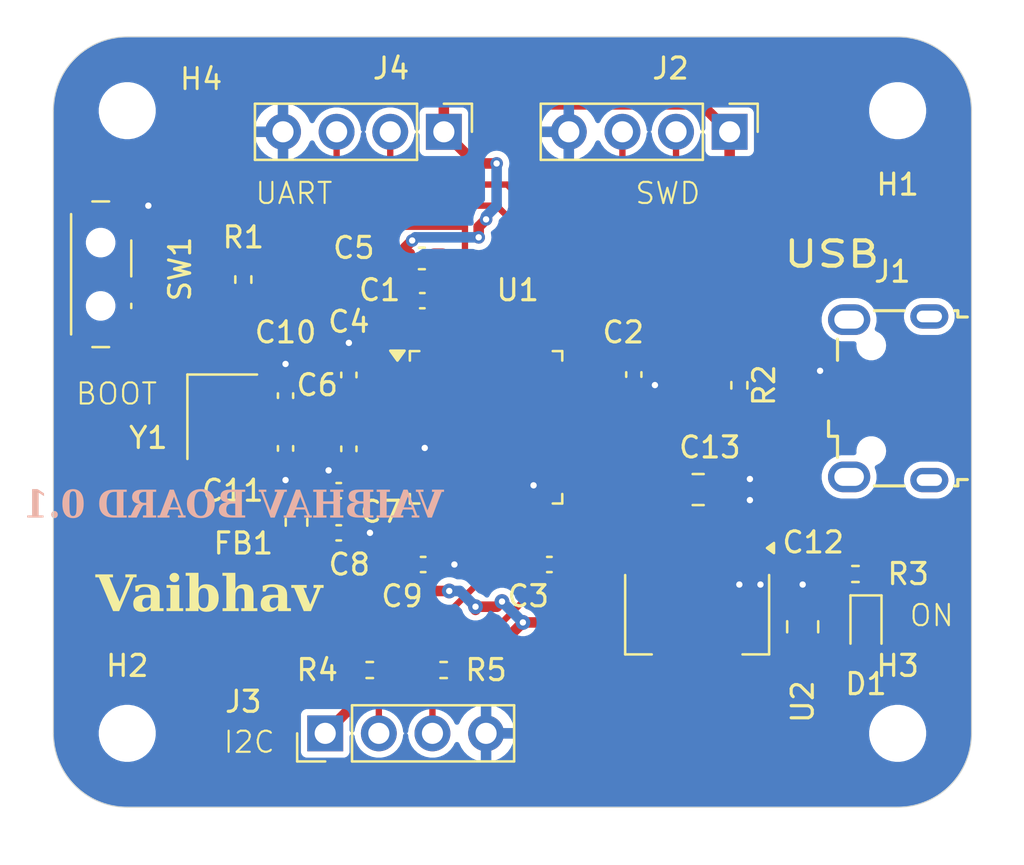
<source format=kicad_pcb>
(kicad_pcb (version 20240108) (generator "pcbnew") (generator_version "8.0")
  (layers (0 "F.Cu" signal) (31 "B.Cu" power) (34 "B.Paste" user) (35 "F.Paste" user) (36 "B.SilkS" user "B.Silkscreen") (37 "F.SilkS" user "F.Silkscreen") (38 "B.Mask" user) (39 "F.Mask" user) (44 "Edge.Cuts" user))
  (net 0 "")
  (net 1 "+3.3V")
  (net 2 "GND")
  (net 3 "+3.3VA")
  (net 4 "/NRST")
  (net 5 "/HSC_IN")
  (net 6 "/HSC_OUT")
  (net 7 "VBUS")
  (net 8 "/PWR_LED_K")
  (net 11 "/USB_D+")
  (net 12 "/USB_D-")
  (net 16 "/SWCLK")
  (net 17 "/SWDIO")
  (net 18 "/I2C2_SDA")
  (net 19 "/I2C2_SCL")
  (net 20 "/USART1_RX")
  (net 21 "/USART1_TX")
  (net 22 "/SW_BOOT0")
  (net 23 "/BOOT0")
  (footprint "MountingHole:MountingHole_2.2mm_M2" (layer "F.Cu") (at 133 54)
    (property "Reference" "H3" (at 0 -3.2 0) (layer "F.SilkS"))
    (property "Value" "MountingHole")
    (pad "" np_thru_hole circle (at 0 0) (size 2.2 2.2) (drill 2.2) (layers "*.Cu" "*.Mask"))
  )
  (footprint "Button_Switch_SMD:SW_SPDT_PCM12" (layer "F.Cu") (at 95.57 32.25 -90)
    (property "Reference" "SW1" (at -0.25 -3.43 90) (layer "F.SilkS"))
    (property "Value" "SW_SPDT")
    (pad "" smd rect (at -3.65 -0.78 270) (size 1 0.8) (layers "F.Cu" "F.Paste" "F.Mask"))
    (pad "" smd rect (at -3.65 1.43 270) (size 1 0.8) (layers "F.Cu" "F.Paste" "F.Mask"))
    (pad "" np_thru_hole circle (at -1.5 0.33 270) (size 0.9 0.9) (drill 0.9) (layers "*.Cu" "*.Mask"))
    (pad "" np_thru_hole circle (at 1.5 0.33 270) (size 0.9 0.9) (drill 0.9) (layers "*.Cu" "*.Mask"))
    (pad "" smd rect (at 3.65 -0.78 270) (size 1 0.8) (layers "F.Cu" "F.Paste" "F.Mask"))
    (pad "" smd rect (at 3.65 1.43 270) (size 1 0.8) (layers "F.Cu" "F.Paste" "F.Mask"))
    (pad "1" smd rect (at -2.25 -1.43 270) (size 0.7 1.5) (layers "F.Cu" "F.Paste" "F.Mask") (net 2 "GND"))
    (pad "2" smd rect (at 0.75 -1.43 270) (size 0.7 1.5) (layers "F.Cu" "F.Paste" "F.Mask") (net 22 "/SW_BOOT0"))
    (pad "3" smd rect (at 2.25 -1.43 270) (size 0.7 1.5) (layers "F.Cu" "F.Paste" "F.Mask") (net 1 "+3.3V"))
  )
  (footprint "MountingHole:MountingHole_2.2mm_M2" (layer "F.Cu") (at 133 24.5)
    (property "Reference" "H1" (at 0 3.5 0) (layer "F.SilkS"))
    (property "Value" "MountingHole")
    (pad "" np_thru_hole circle (at 0 0) (size 2.2 2.2) (drill 2.2) (layers "*.Cu" "*.Mask"))
  )
  (footprint "Capacitor_SMD:C_0402_1005Metric" (layer "F.Cu") (at 107 40.52 90)
    (property "Reference" "C6" (at 3.02 -1.5 0) (layer "F.SilkS"))
    (property "Value" "10n")
    (pad "1" smd roundrect (at -0.48 0 90) (size 0.56 0.62) (layers "F.Cu" "F.Paste" "F.Mask") (net 3 "+3.3VA"))
    (pad "2" smd roundrect (at 0.48 0 90) (size 0.56 0.62) (layers "F.Cu" "F.Paste" "F.Mask") (net 2 "GND"))
  )
  (footprint "Resistor_SMD:R_0402_1005Metric" (layer "F.Cu") (at 102 32.5 90)
    (property "Reference" "R1" (at 2 0 0) (layer "F.SilkS"))
    (property "Value" "10K")
    (pad "1" smd roundrect (at -0.51 0 90) (size 0.54 0.64) (layers "F.Cu" "F.Paste" "F.Mask") (net 22 "/SW_BOOT0"))
    (pad "2" smd roundrect (at 0.51 0 90) (size 0.54 0.64) (layers "F.Cu" "F.Paste" "F.Mask") (net 23 "/BOOT0"))
  )
  (footprint "Connector_PinHeader_2.54mm:PinHeader_1x04_P2.54mm_Vertical" (layer "F.Cu") (at 111.5 25.5 -90)
    (property "Reference" "J4" (at -3 2.5 180) (layer "F.SilkS"))
    (property "Value" "Conn_01x04_Pin")
    (pad "1" thru_hole rect (at 0 0 270) (size 1.7 1.7) (drill 1) (layers "*.Cu" "*.Mask") (net 1 "+3.3V"))
    (pad "2" thru_hole oval (at 0 2.54 270) (size 1.7 1.7) (drill 1) (layers "*.Cu" "*.Mask") (net 21 "/USART1_TX"))
    (pad "3" thru_hole oval (at 0 5.08 270) (size 1.7 1.7) (drill 1) (layers "*.Cu" "*.Mask") (net 20 "/USART1_RX"))
    (pad "4" thru_hole oval (at 0 7.62 270) (size 1.7 1.7) (drill 1) (layers "*.Cu" "*.Mask") (net 2 "GND"))
  )
  (footprint "Connector_PinHeader_2.54mm:PinHeader_1x04_P2.54mm_Vertical" (layer "F.Cu") (at 125.04 25.5 -90)
    (property "Reference" "J2" (at -3 2.8 180) (layer "F.SilkS"))
    (property "Value" "Conn_01x04_Pin")
    (pad "1" thru_hole rect (at 0 0 270) (size 1.7 1.7) (drill 1) (layers "*.Cu" "*.Mask") (net 1 "+3.3V"))
    (pad "2" thru_hole oval (at 0 2.54 270) (size 1.7 1.7) (drill 1) (layers "*.Cu" "*.Mask") (net 17 "/SWDIO"))
    (pad "3" thru_hole oval (at 0 5.08 270) (size 1.7 1.7) (drill 1) (layers "*.Cu" "*.Mask") (net 16 "/SWCLK"))
    (pad "4" thru_hole oval (at 0 7.62 270) (size 1.7 1.7) (drill 1) (layers "*.Cu" "*.Mask") (net 2 "GND"))
  )
  (footprint "Resistor_SMD:R_0402_1005Metric" (layer "F.Cu") (at 125.5 37.51 -90)
    (property "Reference" "R2" (at 0 -1.17 90) (layer "F.SilkS"))
    (property "Value" "1k5")
    (pad "1" smd roundrect (at -0.51 0 270) (size 0.54 0.64) (layers "F.Cu" "F.Paste" "F.Mask") (net 1 "+3.3V"))
    (pad "2" smd roundrect (at 0.51 0 270) (size 0.54 0.64) (layers "F.Cu" "F.Paste" "F.Mask") (net 11 "/USB_D+"))
  )
  (footprint "Capacitor_SMD:C_0603_1608Metric" (layer "F.Cu") (at 110.46 31.5)
    (property "Reference" "C5" (at -3.225 -0.5 0) (layer "F.SilkS"))
    (property "Value" "10u")
    (pad "1" smd roundrect (at -0.775 0) (size 0.9 0.95) (layers "F.Cu" "F.Paste" "F.Mask") (net 1 "+3.3V"))
    (pad "2" smd roundrect (at 0.775 0) (size 0.9 0.95) (layers "F.Cu" "F.Paste" "F.Mask") (net 2 "GND"))
  )
  (footprint "Inductor_SMD:L_0603_1608Metric" (layer "F.Cu") (at 104.52 44 -90)
    (property "Reference" "FB1" (at 1 2.52 180) (layer "F.SilkS"))
    (property "Value" "120R")
    (pad "1" smd roundrect (at -0.7875 0 270) (size 0.875 0.95) (layers "F.Cu" "F.Paste" "F.Mask") (net 3 "+3.3VA"))
    (pad "2" smd roundrect (at 0.7875 0 270) (size 0.875 0.95) (layers "F.Cu" "F.Paste" "F.Mask") (net 1 "+3.3V"))
  )
  (footprint "Capacitor_SMD:C_0402_1005Metric" (layer "F.Cu") (at 120.5 37 -90)
    (property "Reference" "C2" (at -2 0.5 180) (layer "F.SilkS"))
    (property "Value" "100n")
    (pad "1" smd roundrect (at -0.48 0 270) (size 0.56 0.62) (layers "F.Cu" "F.Paste" "F.Mask") (net 1 "+3.3V"))
    (pad "2" smd roundrect (at 0.48 0 270) (size 0.56 0.62) (layers "F.Cu" "F.Paste" "F.Mask") (net 2 "GND"))
  )
  (footprint "Capacitor_SMD:C_0402_1005Metric" (layer "F.Cu") (at 104 40.5 -90)
    (property "Reference" "C11" (at 2 2.5 180) (layer "F.SilkS"))
    (property "Value" "10p")
    (pad "1" smd roundrect (at -0.48 0 270) (size 0.56 0.62) (layers "F.Cu" "F.Paste" "F.Mask") (net 6 "/HSC_OUT"))
    (pad "2" smd roundrect (at 0.48 0 270) (size 0.56 0.62) (layers "F.Cu" "F.Paste" "F.Mask") (net 2 "GND"))
  )
  (footprint "Capacitor_SMD:C_0805_2012Metric" (layer "F.Cu") (at 123.55 42.45)
    (property "Reference" "C13" (at 0.55 -2 180) (layer "F.SilkS"))
    (property "Value" "22u")
    (pad "1" smd roundrect (at -0.95 0) (size 1 1.45) (layers "F.Cu" "F.Paste" "F.Mask") (net 7 "VBUS"))
    (pad "2" smd roundrect (at 0.95 0) (size 1 1.45) (layers "F.Cu" "F.Paste" "F.Mask") (net 2 "GND"))
  )
  (footprint "Capacitor_SMD:C_0402_1005Metric" (layer "F.Cu") (at 107 37.02 90)
    (property "Reference" "C4" (at 2.52 0 0) (layer "F.SilkS"))
    (property "Value" "100n")
    (pad "1" smd roundrect (at -0.48 0 90) (size 0.56 0.62) (layers "F.Cu" "F.Paste" "F.Mask") (net 1 "+3.3V"))
    (pad "2" smd roundrect (at 0.48 0 90) (size 0.56 0.62) (layers "F.Cu" "F.Paste" "F.Mask") (net 2 "GND"))
  )
  (footprint "Package_QFP:LQFP-48_7x7mm_P0.5mm" (layer "F.Cu") (at 113.5 39.5)
    (property "Reference" "U1" (at 1.5 -6.5 0) (layer "F.SilkS"))
    (property "Value" "STM32F103C8T6")
    (pad "1" smd roundrect (at -4.1625 -2.75) (size 1.475 0.3) (layers "F.Cu" "F.Paste" "F.Mask") (net 1 "+3.3V"))
    (pad "2" smd roundrect (at -4.1625 -2.25) (size 1.475 0.3) (layers "F.Cu" "F.Paste" "F.Mask"))
    (pad "3" smd roundrect (at -4.1625 -1.75) (size 1.475 0.3) (layers "F.Cu" "F.Paste" "F.Mask"))
    (pad "4" smd roundrect (at -4.1625 -1.25) (size 1.475 0.3) (layers "F.Cu" "F.Paste" "F.Mask"))
    (pad "5" smd roundrect (at -4.1625 -0.75) (size 1.475 0.3) (layers "F.Cu" "F.Paste" "F.Mask") (net 5 "/HSC_IN"))
    (pad "6" smd roundrect (at -4.1625 -0.25) (size 1.475 0.3) (layers "F.Cu" "F.Paste" "F.Mask") (net 6 "/HSC_OUT"))
    (pad "7" smd roundrect (at -4.1625 0.25) (size 1.475 0.3) (layers "F.Cu" "F.Paste" "F.Mask") (net 4 "/NRST"))
    (pad "8" smd roundrect (at -4.1625 0.75) (size 1.475 0.3) (layers "F.Cu" "F.Paste" "F.Mask") (net 2 "GND"))
    (pad "9" smd roundrect (at -4.1625 1.25) (size 1.475 0.3) (layers "F.Cu" "F.Paste" "F.Mask") (net 3 "+3.3VA"))
    (pad "10" smd roundrect (at -4.1625 1.75) (size 1.475 0.3) (layers "F.Cu" "F.Paste" "F.Mask"))
    (pad "11" smd roundrect (at -4.1625 2.25) (size 1.475 0.3) (layers "F.Cu" "F.Paste" "F.Mask"))
    (pad "12" smd roundrect (at -4.1625 2.75) (size 1.475 0.3) (layers "F.Cu" "F.Paste" "F.Mask"))
    (pad "13" smd roundrect (at -2.75 4.1625) (size 0.3 1.475) (layers "F.Cu" "F.Paste" "F.Mask"))
    (pad "14" smd roundrect (at -2.25 4.1625) (size 0.3 1.475) (layers "F.Cu" "F.Paste" "F.Mask"))
    (pad "15" smd roundrect (at -1.75 4.1625) (size 0.3 1.475) (layers "F.Cu" "F.Paste" "F.Mask"))
    (pad "16" smd roundrect (at -1.25 4.1625) (size 0.3 1.475) (layers "F.Cu" "F.Paste" "F.Mask"))
    (pad "17" smd roundrect (at -0.75 4.1625) (size 0.3 1.475) (layers "F.Cu" "F.Paste" "F.Mask"))
    (pad "18" smd roundrect (at -0.25 4.1625) (size 0.3 1.475) (layers "F.Cu" "F.Paste" "F.Mask"))
    (pad "19" smd roundrect (at 0.25 4.1625) (size 0.3 1.475) (layers "F.Cu" "F.Paste" "F.Mask"))
    (pad "20" smd roundrect (at 0.75 4.1625) (size 0.3 1.475) (layers "F.Cu" "F.Paste" "F.Mask"))
    (pad "21" smd roundrect (at 1.25 4.1625) (size 0.3 1.475) (layers "F.Cu" "F.Paste" "F.Mask") (net 19 "/I2C2_SCL"))
    (pad "22" smd roundrect (at 1.75 4.1625) (size 0.3 1.475) (layers "F.Cu" "F.Paste" "F.Mask") (net 18 "/I2C2_SDA"))
    (pad "23" smd roundrect (at 2.25 4.1625) (size 0.3 1.475) (layers "F.Cu" "F.Paste" "F.Mask") (net 2 "GND"))
    (pad "24" smd roundrect (at 2.75 4.1625) (size 0.3 1.475) (layers "F.Cu" "F.Paste" "F.Mask") (net 1 "+3.3V"))
    (pad "25" smd roundrect (at 4.1625 2.75) (size 1.475 0.3) (layers "F.Cu" "F.Paste" "F.Mask"))
    (pad "26" smd roundrect (at 4.1625 2.25) (size 1.475 0.3) (layers "F.Cu" "F.Paste" "F.Mask"))
    (pad "27" smd roundrect (at 4.1625 1.75) (size 1.475 0.3) (layers "F.Cu" "F.Paste" "F.Mask"))
    (pad "28" smd roundrect (at 4.1625 1.25) (size 1.475 0.3) (layers "F.Cu" "F.Paste" "F.Mask"))
    (pad "29" smd roundrect (at 4.1625 0.75) (size 1.475 0.3) (layers "F.Cu" "F.Paste" "F.Mask"))
    (pad "30" smd roundrect (at 4.1625 0.25) (size 1.475 0.3) (layers "F.Cu" "F.Paste" "F.Mask"))
    (pad "31" smd roundrect (at 4.1625 -0.25) (size 1.475 0.3) (layers "F.Cu" "F.Paste" "F.Mask"))
    (pad "32" smd roundrect (at 4.1625 -0.75) (size 1.475 0.3) (layers "F.Cu" "F.Paste" "F.Mask") (net 12 "/USB_D-"))
    (pad "33" smd roundrect (at 4.1625 -1.25) (size 1.475 0.3) (layers "F.Cu" "F.Paste" "F.Mask") (net 11 "/USB_D+"))
    (pad "34" smd roundrect (at 4.1625 -1.75) (size 1.475 0.3) (layers "F.Cu" "F.Paste" "F.Mask") (net 17 "/SWDIO"))
    (pad "35" smd roundrect (at 4.1625 -2.25) (size 1.475 0.3) (layers "F.Cu" "F.Paste" "F.Mask") (net 2 "GND"))
    (pad "36" smd roundrect (at 4.1625 -2.75) (size 1.475 0.3) (layers "F.Cu" "F.Paste" "F.Mask") (net 1 "+3.3V"))
    (pad "37" smd roundrect (at 2.75 -4.1625) (size 0.3 1.475) (layers "F.Cu" "F.Paste" "F.Mask") (net 16 "/SWCLK"))
    (pad "38" smd roundrect (at 2.25 -4.1625) (size 0.3 1.475) (layers "F.Cu" "F.Paste" "F.Mask"))
    (pad "39" smd roundrect (at 1.75 -4.1625) (size 0.3 1.475) (layers "F.Cu" "F.Paste" "F.Mask"))
    (pad "40" smd roundrect (at 1.25 -4.1625) (size 0.3 1.475) (layers "F.Cu" "F.Paste" "F.Mask"))
    (pad "41" smd roundrect (at 0.75 -4.1625) (size 0.3 1.475) (layers "F.Cu" "F.Paste" "F.Mask"))
    (pad "42" smd roundrect (at 0.25 -4.1625) (size 0.3 1.475) (layers "F.Cu" "F.Paste" "F.Mask") (net 21 "/USART1_TX"))
    (pad "43" smd roundrect (at -0.25 -4.1625) (size 0.3 1.475) (layers "F.Cu" "F.Paste" "F.Mask") (net 20 "/USART1_RX"))
    (pad "44" smd roundrect (at -0.75 -4.1625) (size 0.3 1.475) (layers "F.Cu" "F.Paste" "F.Mask") (net 23 "/BOOT0"))
    (pad "45" smd roundrect (at -1.25 -4.1625) (size 0.3 1.475) (layers "F.Cu" "F.Paste" "F.Mask"))
    (pad "46" smd roundrect (at -1.75 -4.1625) (size 0.3 1.475) (layers "F.Cu" "F.Paste" "F.Mask"))
    (pad "47" smd roundrect (at -2.25 -4.1625) (size 0.3 1.475) (layers "F.Cu" "F.Paste" "F.Mask") (net 2 "GND"))
    (pad "48" smd roundrect (at -2.75 -4.1625) (size 0.3 1.475) (layers "F.Cu" "F.Paste" "F.Mask") (net 1 "+3.3V"))
  )
  (footprint "MountingHole:MountingHole_2.2mm_M2" (layer "F.Cu") (at 96.5 24.5)
    (property "Reference" "H4" (at 3.5 -1.5 0) (layer "F.SilkS") (effects (font (thickness 0.14))))
    (property "Value" "MountingHole")
    (pad "" np_thru_hole circle (at 0 0) (size 2.2 2.2) (drill 2.2) (layers "*.Cu" "*.Mask"))
  )
  (footprint "Crystal:Crystal_SMD_3225-4Pin_3.2x2.5mm" (layer "F.Cu") (at 101 39 -90)
    (property "Reference" "Y1" (at 1 3.5 180) (layer "F.SilkS"))
    (property "Value" "16MHz")
    (pad "1" smd rect (at -1.1 0.85 270) (size 1.4 1.2) (layers "F.Cu" "F.Paste" "F.Mask") (net 5 "/HSC_IN"))
    (pad "2" smd rect (at 1.1 0.85 270) (size 1.4 1.2) (layers "F.Cu" "F.Paste" "F.Mask") (net 2 "GND"))
    (pad "3" smd rect (at 1.1 -0.85 270) (size 1.4 1.2) (layers "F.Cu" "F.Paste" "F.Mask") (net 6 "/HSC_OUT"))
    (pad "4" smd rect (at -1.1 -0.85 270) (size 1.4 1.2) (layers "F.Cu" "F.Paste" "F.Mask") (net 2 "GND"))
  )
  (footprint "LED_SMD:LED_0603_1608Metric" (layer "F.Cu") (at 131.5 48.95 -90)
    (property "Reference" "D1" (at 2.7125 0 180) (layer "F.SilkS"))
    (property "Value" "LED")
    (pad "1" smd roundrect (at -0.7875 0 270) (size 0.875 0.95) (layers "F.Cu" "F.Paste" "F.Mask") (net 8 "/PWR_LED_K"))
    (pad "2" smd roundrect (at 0.7875 0 270) (size 0.875 0.95) (layers "F.Cu" "F.Paste" "F.Mask") (net 1 "+3.3V"))
  )
  (footprint "Capacitor_SMD:C_0402_1005Metric" (layer "F.Cu") (at 106.52 44.5)
    (property "Reference" "C8" (at 0.5 1.5 180) (layer "F.SilkS"))
    (property "Value" "1u")
    (pad "1" smd roundrect (at -0.48 0) (size 0.56 0.62) (layers "F.Cu" "F.Paste" "F.Mask") (net 1 "+3.3V"))
    (pad "2" smd roundrect (at 0.48 0) (size 0.56 0.62) (layers "F.Cu" "F.Paste" "F.Mask") (net 2 "GND"))
  )
  (footprint "MountingHole:MountingHole_2.2mm_M2" (layer "F.Cu") (at 96.5 54)
    (property "Reference" "H2" (at 0 -3.2 0) (layer "F.SilkS"))
    (property "Value" "MountingHole")
    (pad "" np_thru_hole circle (at 0 0) (size 2.2 2.2) (drill 2.2) (layers "*.Cu" "*.Mask"))
  )
  (footprint "Resistor_SMD:R_0402_1005Metric" (layer "F.Cu") (at 111.49 51 180)
    (property "Reference" "R5" (at -2.01 0 180) (layer "F.SilkS"))
    (property "Value" "1k5")
    (pad "1" smd roundrect (at -0.51 0 180) (size 0.54 0.64) (layers "F.Cu" "F.Paste" "F.Mask") (net 1 "+3.3V"))
    (pad "2" smd roundrect (at 0.51 0 180) (size 0.54 0.64) (layers "F.Cu" "F.Paste" "F.Mask") (net 18 "/I2C2_SDA"))
  )
  (footprint "Resistor_SMD:R_0402_1005Metric" (layer "F.Cu") (at 107.99 51)
    (property "Reference" "R4" (at -2.49 0 0) (layer "F.SilkS"))
    (property "Value" "1k5")
    (pad "1" smd roundrect (at -0.51 0) (size 0.54 0.64) (layers "F.Cu" "F.Paste" "F.Mask") (net 1 "+3.3V"))
    (pad "2" smd roundrect (at 0.51 0) (size 0.54 0.64) (layers "F.Cu" "F.Paste" "F.Mask") (net 19 "/I2C2_SCL"))
  )
  (footprint "Package_TO_SOT_SMD:SOT-223-3_TabPin2" (layer "F.Cu") (at 123.5 48.35 -90)
    (property "Reference" "U2" (at 4.15 -5 90) (layer "F.SilkS"))
    (property "Value" "AMS1117-3.3")
    (pad "1" smd roundrect (at -3.15 -2.3 270) (size 2 1.5) (layers "F.Cu" "F.Paste" "F.Mask") (net 2 "GND"))
    (pad "2" smd roundrect (at -3.15 0 270) (size 2 1.5) (layers "F.Cu" "F.Paste" "F.Mask") (net 1 "+3.3V"))
    (pad "2" smd roundrect (at 3.15 0 270) (size 2 3.8) (layers "F.Cu" "F.Paste" "F.Mask") (net 1 "+3.3V"))
    (pad "3" smd roundrect (at -3.15 2.3 270) (size 2 1.5) (layers "F.Cu" "F.Paste" "F.Mask") (net 7 "VBUS"))
  )
  (footprint "Capacitor_SMD:C_0402_1005Metric" (layer "F.Cu") (at 110.48 33.5)
    (property "Reference" "C1" (at -2.02 -0.5 0) (layer "F.SilkS"))
    (property "Value" "100n")
    (pad "1" smd roundrect (at -0.48 0) (size 0.56 0.62) (layers "F.Cu" "F.Paste" "F.Mask") (net 1 "+3.3V"))
    (pad "2" smd roundrect (at 0.48 0) (size 0.56 0.62) (layers "F.Cu" "F.Paste" "F.Mask") (net 2 "GND"))
  )
  (footprint "Connector_USB:USB_Micro-B_Wuerth_629105150521" (layer "F.Cu") (at 132.55 38.125 90)
    (property "Reference" "J1" (at 6 0.2 0) (layer "F.SilkS"))
    (property "Value" "USB_B_Micro")
    (pad "" np_thru_hole oval (at -2.5 -0.8 90) (size 0.8 0.8) (drill 0.8) (layers "*.Cu" "*.Mask"))
    (pad "" np_thru_hole oval (at 2.5 -0.8 90) (size 0.8 0.8) (drill 0.8) (layers "*.Cu" "*.Mask"))
    (pad "1" smd rect (at -1.3 -1.9 90) (size 0.45 1.3) (layers "F.Cu" "F.Paste" "F.Mask") (net 7 "VBUS"))
    (pad "2" smd rect (at -0.65 -1.9 90) (size 0.45 1.3) (layers "F.Cu" "F.Paste" "F.Mask") (net 12 "/USB_D-"))
    (pad "3" smd rect (at 0 -1.9 90) (size 0.45 1.3) (layers "F.Cu" "F.Paste" "F.Mask") (net 11 "/USB_D+"))
    (pad "4" smd rect (at 0.65 -1.9 90) (size 0.45 1.3) (layers "F.Cu" "F.Paste" "F.Mask"))
    (pad "5" smd rect (at 1.3 -1.9 90) (size 0.45 1.3) (layers "F.Cu" "F.Paste" "F.Mask") (net 2 "GND"))
    (pad "6" thru_hole oval (at -3.875 1.95 90) (size 1.15 1.8) (drill oval 0.55 1.2) (layers "*.Cu" "*.Mask"))
    (pad "6" thru_hole oval (at -3.725 -1.85 90) (size 1.45 2) (drill oval 0.85 1.4) (layers "*.Cu" "*.Mask"))
    (pad "6" thru_hole oval (at 3.725 -1.85 90) (size 1.45 2) (drill oval 0.85 1.4) (layers "*.Cu" "*.Mask"))
    (pad "6" thru_hole oval (at 3.875 1.95 90) (size 1.15 1.8) (drill oval 0.55 1.2) (layers "*.Cu" "*.Mask"))
  )
  (footprint "Resistor_SMD:R_0402_1005Metric" (layer "F.Cu") (at 131 46.45 180)
    (property "Reference" "R3" (at -2.5 0 0) (layer "F.SilkS"))
    (property "Value" "1k5")
    (pad "1" smd roundrect (at -0.51 0 180) (size 0.54 0.64) (layers "F.Cu" "F.Paste" "F.Mask") (net 8 "/PWR_LED_K"))
    (pad "2" smd roundrect (at 0.51 0 180) (size 0.54 0.64) (layers "F.Cu" "F.Paste" "F.Mask") (net 2 "GND"))
  )
  (footprint "Capacitor_SMD:C_0402_1005Metric" (layer "F.Cu") (at 116.5 46 180)
    (property "Reference" "C3" (at 1 -1.5 180) (layer "F.SilkS"))
    (property "Value" "100n")
    (pad "1" smd roundrect (at -0.48 0 180) (size 0.56 0.62) (layers "F.Cu" "F.Paste" "F.Mask") (net 1 "+3.3V"))
    (pad "2" smd roundrect (at 0.48 0 180) (size 0.56 0.62) (layers "F.Cu" "F.Paste" "F.Mask") (net 2 "GND"))
  )
  (footprint "Connector_PinHeader_2.54mm:PinHeader_1x04_P2.54mm_Vertical" (layer "F.Cu") (at 105.88 54 90)
    (property "Reference" "J3" (at 1.5 -3.88 0) (layer "F.SilkS"))
    (property "Value" "Conn_01x04_Pin")
    (pad "1" thru_hole rect (at 0 0 90) (size 1.7 1.7) (drill 1) (layers "*.Cu" "*.Mask") (net 1 "+3.3V"))
    (pad "2" thru_hole oval (at 0 2.54 90) (size 1.7 1.7) (drill 1) (layers "*.Cu" "*.Mask") (net 19 "/I2C2_SCL"))
    (pad "3" thru_hole oval (at 0 5.08 90) (size 1.7 1.7) (drill 1) (layers "*.Cu" "*.Mask") (net 18 "/I2C2_SDA"))
    (pad "4" thru_hole oval (at 0 7.62 90) (size 1.7 1.7) (drill 1) (layers "*.Cu" "*.Mask") (net 2 "GND"))
  )
  (footprint "Capacitor_SMD:C_0805_2012Metric" (layer "F.Cu") (at 128.5 48.95 90)
    (property "Reference" "C12" (at 4 0.5 0) (layer "F.SilkS"))
    (property "Value" "22u")
    (pad "1" smd roundrect (at -0.95 0 90) (size 1 1.45) (layers "F.Cu" "F.Paste" "F.Mask") (net 1 "+3.3V"))
    (pad "2" smd roundrect (at 0.95 0 90) (size 1 1.45) (layers "F.Cu" "F.Paste" "F.Mask") (net 2 "GND"))
  )
  (footprint "Capacitor_SMD:C_0402_1005Metric" (layer "F.Cu") (at 104 38 90)
    (property "Reference" "C10" (at 3 0 0) (layer "F.SilkS"))
    (property "Value" "10p")
    (pad "1" smd roundrect (at -0.48 0 90) (size 0.56 0.62) (layers "F.Cu" "F.Paste" "F.Mask") (net 5 "/HSC_IN"))
    (pad "2" smd roundrect (at 0.48 0 90) (size 0.56 0.62) (layers "F.Cu" "F.Paste" "F.Mask") (net 2 "GND"))
  )
  (footprint "Capacitor_SMD:C_0402_1005Metric" (layer "F.Cu") (at 106.52 42.5 180)
    (property "Reference" "C7" (at -2 -1 0) (layer "F.SilkS"))
    (property "Value" "1u")
    (pad "1" smd roundrect (at -0.48 0 180) (size 0.56 0.62) (layers "F.Cu" "F.Paste" "F.Mask") (net 3 "+3.3VA"))
    (pad "2" smd roundrect (at 0.48 0 180) (size 0.56 0.62) (layers "F.Cu" "F.Paste" "F.Mask") (net 2 "GND"))
  )
  (footprint "Capacitor_SMD:C_0402_1005Metric" (layer "F.Cu") (at 110.52 46)
    (property "Reference" "C9" (at -1 1.5 180) (layer "F.SilkS"))
    (property "Value" "100n")
    (pad "1" smd roundrect (at -0.48 0) (size 0.56 0.62) (layers "F.Cu" "F.Paste" "F.Mask") (net 4 "/NRST"))
    (pad "2" smd roundrect (at 0.48 0) (size 0.56 0.62) (layers "F.Cu" "F.Paste" "F.Mask") (net 2 "GND"))
  )
  (gr_arc (start 133 21) (mid 135.474874 22.025126) (end 136.5 24.5) (stroke (width 0.05)) (layer "Edge.Cuts"))
  (gr_arc (start 136.5 54) (mid 135.474874 56.474874) (end 133 57.5) (stroke (width 0.05)) (layer "Edge.Cuts"))
  (gr_line (start 96.5 21) (end 133 21) (stroke (width 0.05)) (layer "Edge.Cuts"))
  (gr_line (start 93 24.5) (end 93 54) (stroke (width 0.05)) (layer "Edge.Cuts"))
  (gr_line (start 133 57.5) (end 96.5 57.5) (stroke (width 0.05)) (layer "Edge.Cuts"))
  (gr_line (start 136.5 24.5) (end 136.5 54) (stroke (width 0.05)) (layer "Edge.Cuts"))
  (gr_arc (start 93 24.5) (mid 94.025126 22.025126) (end 96.5 21) (stroke (width 0.05)) (layer "Edge.Cuts"))
  (gr_arc (start 96.5 57.5) (mid 94.025126 56.474874) (end 93 54) (stroke (width 0.05)) (layer "Edge.Cuts"))
  (gr_text "VAIBHAV BOARD 0.1" (at 111.5 44 0) (layer "B.SilkS") (effects (font (size 1.3 1.2) (thickness 0.24) (bold yes)) (justify left bottom mirror)))
  (gr_text "BOOT\n" (at 94 38.5 0) (layer "F.SilkS") (effects (font (size 1 1) (thickness 0.1)) (justify left bottom)))
  (gr_text "Vaibhav " (at 95 48.5 0) (layer "F.SilkS") (effects (font (size 1.708 1.758) (thickness 0.2) (bold yes)) (justify left bottom)))
  (gr_text "USB" (at 127.5 32 0) (layer "F.SilkS") (effects (font (size 1.2 1.5) (thickness 0.2) (bold yes)) (justify left bottom)))
  (gr_text "ON" (at 133.5 49 0) (layer "F.SilkS") (effects (font (size 1 1) (thickness 0.1)) (justify left bottom)))
  (gr_text "SWD" (at 120.5 29 0) (layer "F.SilkS") (effects (font (size 1 1) (thickness 0.1)) (justify left bottom)))
  (gr_text "UART\n" (at 102.5 29 0) (layer "F.SilkS") (effects (font (size 1 1) (thickness 0.1)) (justify left bottom)))
  (gr_text "I2C\n" (at 101 55 0) (layer "F.SilkS") (effects (font (size 1 1) (thickness 0.1)) (justify left bottom)))
  (segment (start 106.04 45.54) (end 108.5 48) (width 0.5) (layer "F.Cu") (net 1))
  (segment (start 97 34.5) (end 105 34.5) (width 0.5) (layer "F.Cu") (net 1))
  (segment (start 106.04 44.5) (end 106.04 45.54) (width 0.5) (layer "F.Cu") (net 1))
  (segment (start 132 51) (end 130 51) (width 0.3) (layer "F.Cu") (net 1))
  (segment (start 125.04 25.5) (end 125.04 28.04) (width 0.5) (layer "F.Cu") (net 1))
  (segment (start 117.5 55) (end 116.98 54.48) (width 0.5) (layer "F.Cu") (net 1))
  (segment (start 116.98 50) (end 116.98 46) (width 0.5) (layer "F.Cu") (net 1))
  (segment (start 115.244975 48.744975) (end 112.98995 51) (width 0.5) (layer "F.Cu") (net 1))
  (segment (start 112.98995 51) (end 112 51) (width 0.5) (layer "F.Cu") (net 1))
  (segment (start 125.04 25.5) (end 125 25.5) (width 0.5) (layer "F.Cu") (net 1))
  (segment (start 105 34.5) (end 108 31.5) (width 0.5) (layer "F.Cu") (net 1))
  (segment (start 111.755025 47.255025) (end 109.244975 47.255025) (width 0.5) (layer "F.Cu") (net 1))
  (segment (start 125.5 37) (end 125.5 33.5) (width 0.3) (layer "F.Cu") (net 1))
  (segment (start 113 48) (end 113 48.151472) (width 0.5) (layer "F.Cu") (net 1))
  (segment (start 125.02 36.52) (end 125.5 37) (width 0.3) (layer "F.Cu") (net 1))
  (segment (start 113 27) (end 114 27) (width 0.5) (layer "F.Cu") (net 1))
  (segment (start 123.5 51.5) (end 126.9 51.5) (width 0.5) (layer "F.Cu") (net 1))
  (segment (start 130 49.9) (end 131.3375 49.9) (width 0.5) (layer "F.Cu") (net 1))
  (segment (start 109.685 30.965) (end 110 30.65) (width 0.5) (layer "F.Cu") (net 1))
  (segment (start 110 32.54) (end 110 33.5) (width 0.5) (layer "F.Cu") (net 1))
  (segment (start 104.52 44.7875) (end 105.7525 44.7875) (width 0.5) (layer "F.Cu") (net 1))
  (segment (start 130 54) (end 129 55) (width 0.5) (layer "F.Cu") (net 1))
  (segment (start 125 25.5) (end 123.7 24.2) (width 0.5) (layer "F.Cu") (net 1))
  (segment (start 111.5 25.5) (end 111.5 23.5) (width 0.5) (layer "F.Cu") (net 1))
  (segment (start 114.01005 48) (end 114.255025 47.755025) (width 0.5) (layer "F.Cu") (net 1))
  (segment (start 105.5 35) (end 105.5 37.5) (width 0.5) (layer "F.Cu") (net 1))
  (segment (start 116.513423 45.486577) (end 116.98 45.953154) (width 0.3) (layer "F.Cu") (net 1))
  (segment (start 107.48 49.02) (end 108 48.5) (width 0.5) (layer "F.Cu") (net 1))
  (segment (start 113.1 30.5) (end 113.15 30.5) (width 0.5) (layer "F.Cu") (net 1))
  (segment (start 107.046846 37.5) (end 107 37.5) (width 0.3) (layer "F.Cu") (net 1))
  (segment (start 129 55) (end 117.5 55) (width 0.5) (layer "F.Cu") (net 1))
  (segment (start 128.5 49.9) (end 130 49.9) (width 0.5) (layer "F.Cu") (net 1))
  (segment (start 109.685 31.5) (end 109.685 32.225) (width 0.5) (layer "F.Cu") (net 1))
  (segment (start 110.75 34.49688) (end 110 33.74688) (width 0.3) (layer "F.Cu") (net 1))
  (segment (start 111.5 25.5) (end 113 27) (width 0.5) (layer "F.Cu") (net 1))
  (segment (start 131.3375 49.9) (end 131.5 49.7375) (width 0.5) (layer "F.Cu") (net 1))
  (segment (start 116.98 54.48) (end 116.98 50) (width 0.5) (layer "F.Cu") (net 1))
  (segment (start 132.5 31) (end 133 31.5) (width 0.3) (layer "F.Cu") (net 1))
  (segment (start 123.5 45.2) (end 123.5 51.5) (width 0.5) (layer "F.Cu") (net 1))
  (segment (start 113.3 23.5) (end 114 24.2) (width 0.5) (layer "F.Cu") (net 1))
  (segment (start 116.513423 44.806317) (end 116.513423 45.486577) (width 0.3) (layer "F.Cu") (net 1))
  (segment (start 130 51) (end 130 54) (width 0.5) (layer "F.Cu") (net 1))
  (segment (start 109.244975 47.255025) (end 108.5 48) (width 0.5) (layer "F.Cu") (net 1))
  (segment (start 110 33.74688) (end 110 33.5) (width 0.3) (layer "F.Cu") (net 1))
  (segment (start 125.04 28.04) (end 128 31) (width 0.5) (layer "F.Cu") (net 1))
  (segment (start 109.685 32.225) (end 110 32.54) (width 0.5) (layer "F.Cu") (net 1))
  (segment (start 105 34.5) (end 105.5 35) (width 0.5) (layer "F.Cu") (net 1))
  (segment (start 111.5 23.5) (end 113.3 23.5) (width 0.5) (layer "F.Cu") (net 1))
  (segment (start 113.15 30.5) (end 113.15 30) (width 0.5) (layer "F.Cu") (net 1))
  (segment (start 107.48 51) (end 107.48 49.02) (width 0.5) (layer "F.Cu") (net 1))
  (segment (start 107.48 51) (end 107.48 52.4) (width 0.5) (layer "F.Cu") (net 1))
  (segment (start 126.9 51.5) (end 128.5 49.9) (width 0.5) (layer "F.Cu") (net 1))
  (segment (start 113 48) (end 114.01005 48) (width 0.5) (layer "F.Cu") (net 1))
  (segment (start 109.3375 36.75) (end 107.796846 36.75) (width 0.3) (layer "F.Cu") (net 1))
  (segment (start 115.244975 48.744975) (end 116.724975 48.744975) (width 0.5) (layer "F.Cu") (net 1))
  (segment (start 109.685 31.5) (end 109.685 30.965) (width 0.5) (layer "F.Cu") (net 1))
  (segment (start 113.15 30) (end 113.5 29.65) (width 0.5) (layer "F.Cu") (net 1))
  (segment (start 123.7 24.2) (end 114 24.2) (width 0.5) (layer "F.Cu") (net 1))
  (segment (start 120.5 36.52) (end 125.02 36.52) (width 0.3) (layer "F.Cu") (net 1))
  (segment (start 128 31) (end 132.5 31) (width 0.3) (layer "F.Cu") (net 1))
  (segment (start 107.48 52.4) (end 105.88 54) (width 0.5) (layer "F.Cu") (net 1))
  (segment (start 120.5 36.52) (end 119.52 36.52) (width 0.3) (layer "F.Cu") (net 1))
  (segment (start 119.25 36.75) (end 117.6625 36.75) (width 0.3) (layer "F.Cu") (net 1))
  (segment (start 109.685 31.5) (end 108 31.5) (width 0.5) (layer "F.Cu") (net 1))
  (segment (start 125.5 33.5) (end 128 31) (width 0.3) (layer "F.Cu") (net 1))
  (segment (start 105.5 37.5) (end 107 37.5) (width 0.5) (layer "F.Cu") (net 1))
  (segment (start 133 50) (end 132 51) (width 0.3) (layer "F.Cu") (net 1))
  (segment (start 116.25 44.542894) (end 116.513423 44.806317) (width 0.3) (layer "F.Cu") (net 1))
  (segment (start 119.52 36.52) (end 119.5 36.5) (width 0.3) (layer "F.Cu") (net 1))
  (segment (start 133 31.5) (end 133 50) (width 0.3) (layer "F.Cu") (net 1))
  (segment (start 110.75 35.3375) (end 110.75 34.49688) (width 0.3) (layer "F.Cu") (net 1))
  (segment (start 130 49.9) (end 130 51) (width 0.5) (layer "F.Cu") (net 1))
  (segment (start 119.5 36.5) (end 119.25 36.75) (width 0.3) (layer "F.Cu") (net 1))
  (segment (start 107.796846 36.75) (end 107.046846 37.5) (width 0.3) (layer "F.Cu") (net 1))
  (segment (start 116.98 45.953154) (end 116.98 46) (width 0.3) (layer "F.Cu") (net 1))
  (segment (start 116.25 43.6625) (end 116.25 44.542894) (width 0.3) (layer "F.Cu") (net 1))
  (segment (start 105.7525 44.7875) (end 106.04 44.5) (width 0.5) (layer "F.Cu") (net 1))
  (segment (start 104.52 45.02) (end 104.52 44.7875) (width 0.5) (layer "F.Cu") (net 1))
  (segment (start 108 48.5) (end 108.5 48) (width 0.5) (layer "F.Cu") (net 1))
  (via (at 111.755025 47.255025) (size 0.7) (drill 0.3) (layers "F.Cu" "B.Cu") (net 1))
  (via (at 110 30.65) (size 0.6) (drill 0.3) (layers "F.Cu" "B.Cu") (net 1))
  (via (at 113 48) (size 0.7) (drill 0.3) (layers "F.Cu" "B.Cu") (net 1))
  (via (at 113.5 29.65) (size 0.6) (drill 0.3) (layers "F.Cu" "B.Cu") (net 1))
  (via (at 114.255025 47.755025) (size 0.7) (drill 0.3) (layers "F.Cu" "B.Cu") (net 1))
  (via (at 113.15 30.5) (size 0.6) (drill 0.3) (layers "F.Cu" "B.Cu") (net 1))
  (via (at 115.244975 48.744975) (size 0.7) (drill 0.3) (layers "F.Cu" "B.Cu") (net 1))
  (via (at 114 27) (size 0.6) (drill 0.3) (layers "F.Cu" "B.Cu") (net 1))
  (segment (start 112.255025 47.255025) (end 113 48) (width 0.5) (layer "B.Cu") (net 1))
  (segment (start 110 30.65) (end 110.15 30.5) (width 0.5) (layer "B.Cu") (net 1))
  (segment (start 110.15 30.5) (end 113 30.5) (width 0.5) (layer "B.Cu") (net 1))
  (segment (start 114 29) (end 113.5 29.5) (width 0.5) (layer "B.Cu") (net 1))
  (segment (start 113 30.5) (end 113.15 30.5) (width 0.5) (layer "B.Cu") (net 1))
  (segment (start 115.244975 48.744975) (end 114.255025 47.755025) (width 0.5) (layer "B.Cu") (net 1))
  (segment (start 114 27) (end 114 29) (width 0.5) (layer "B.Cu") (net 1))
  (segment (start 113.5 29.5) (end 113.5 29.65) (width 0.5) (layer "B.Cu") (net 1))
  (segment (start 111.755025 47.255025) (end 112.255025 47.255025) (width 0.5) (layer "B.Cu") (net 1))
  (segment (start 115.75 44.75) (end 116 45) (width 0.3) (layer "F.Cu") (net 2))
  (segment (start 102.6 37.9) (end 104 36.5) (width 0.5) (layer "F.Cu") (net 2))
  (segment (start 110.5 36.5) (end 109.5 35.5) (width 0.3) (layer "F.Cu") (net 2))
  (segment (start 120.5 37.48) (end 120.5 37.5) (width 0.3) (layer "F.Cu") (net 2))
  (segment (start 108.25 40.25) (end 109.3375 40.25) (width 0.3) (layer "F.Cu") (net 2))
  (segment (start 109.5 35.5) (end 107 35.5) (width 0.3) (layer "F.Cu") (net 2))
  (segment (start 99 36) (end 103.5 36) (width 0.5) (layer "F.Cu") (net 2))
  (segment (start 107 36.54) (end 107 35.5) (width 0.5) (layer "F.Cu") (net 2))
  (segment (start 115.75 43.6625) (end 115.75 42.25) (width 0.3) (layer "F.Cu") (net 2))
  (segment (start 110.96 32.5) (end 110.96 33.5) (width 0.5) (layer "F.Cu") (net 2))
  (segment (start 111.25 33.79) (end 110.96 33.5) (width 0.3) (layer "F.Cu") (net 2))
  (segment (start 104 37.52) (end 104 36.5) (width 0.5) (layer "F.Cu") (net 2))
  (segment (start 111.25 35.3375) (end 111.25 36.17812) (width 0.3) (layer "F.Cu") (net 2))
  (segment (start 108 40) (end 108.25 40.25) (width 0.3) (layer "F.Cu") (net 2))
  (segment (start 107 44.5) (end 108 44.5) (width 0.3) (layer "F.Cu") (net 2))
  (segment (start 110.5 40.5) (end 110.521704 40.478296) (width 0.3) (layer "F.Cu") (net 2))
  (segment (start 128.5 48) (end 128.5 46.95) (width 0.5) (layer "F.Cu") (net 2))
  (segment (start 110.92812 36.5) (end 110.5 36.5) (width 0.3) (layer "F.Cu") (net 2))
  (segment (start 100.1 40.1) (end 100 40) (width 0.5) (layer "F.Cu") (net 2))
  (segment (start 101.85 37.9) (end 102.6 37.9) (width 0.5) (layer "F.Cu") (net 2))
  (segment (start 119.5 37.5) (end 119.25 37.25) (width 0.3) (layer "F.Cu") (net 2))
  (segment (start 116 45) (end 115.98 45.02) (width 0.3) (layer "F.Cu") (net 2))
  (segment (start 97 29.5) (end 97.5 29) (width 0.3) (layer "F.Cu") (net 2))
  (segment (start 115.75 43.6625) (end 115.75 44.75) (width 0.3) (layer "F.Cu") (net 2))
  (segment (start 129 46.45) (end 128.5 46.95) (width 0.5) (layer "F.Cu") (net 2))
  (segment (start 103.5 36) (end 104 36.5) (width 0.5) (layer "F.Cu") (net 2))
  (segment (start 106.04 42.5) (end 106.04 41.54) (width 0.3) (layer "F.Cu") (net 2))
  (segment (start 100.15 40.1) (end 100.1 40.1) (width 0.5) (layer "F.Cu") (net 2))
  (segment (start 99 40) (end 99 36) (width 0.5) (layer "F.Cu") (net 2))
  (segment (start 119.25 37.25) (end 117.6625 37.25) (width 0.3) (layer "F.Cu") (net 2))
  (segment (start 107 40) (end 108 40) (width 0.3) (layer "F.Cu") (net 2))
  (segment (start 111 46) (end 112 46) (width 0.5) (layer "F.Cu") (net 2))
  (segment (start 115.98 45.02) (end 115.98 46) (width 0.3) (layer "F.Cu") (net 2))
  (segment (start 111.25 36.17812) (end 110.92812 36.5) (width 0.3) (layer "F.Cu") (net 2))
  (segment (start 107 40.04) (end 107 40) (width 0.3) (layer "F.Cu") (net 2))
  (segment (start 111.235 32.225) (end 110.96 32.5) (width 0.5) (layer "F.Cu") (net 2))
  (segment (start 111.25 35.3375) (end 111.25 33.79) (width 0.3) (layer "F.Cu") (net 2))
  (segment (start 111.235 31.5) (end 111.235 32.225) (width 0.5) (layer "F.Cu") (net 2))
  (segment (start 121.48 37.48) (end 121.5 37.5) (width 0.3) (layer "F.Cu") (net 2))
  (segment (start 130.65 36.825) (end 129.325 36.825) (width 0.3) (layer "F.Cu") (net 2))
  (segment (start 100 40) (end 99 40) (width 0.5) (layer "F.Cu") (net 2))
  (segment (start 109.3375 40.25) (end 110.25 40.25) (width 0.3) (layer "F.Cu") (net 2))
  (segment (start 120.5 37.48) (end 121.48 37.48) (width 0.3) (layer "F.Cu") (net 2))
  (segment (start 130.49 46.45) (end 129 46.45) (width 0.5) (layer "F.Cu") (net 2))
  (segment (start 106 41.5) (end 106.04 41.54) (width 0.3) (layer "F.Cu") (net 2))
  (segment (start 110.521704 40.478296) (end 110.594542 40.478296) (width 0.3) (layer "F.Cu") (net 2))
  (segment (start 97 30) (end 97 29.5) (width 0.3) (layer "F.Cu") (net 2))
  (segment (start 120.5 37.5) (end 119.5 37.5) (width 0.3) (layer "F.Cu") (net 2))
  (segment (start 110.25 40.25) (end 110.5 40.5) (width 0.3) (layer "F.Cu") (net 2))
  (segment (start 104 40.98) (end 104 42) (width 0.5) (layer "F.Cu") (net 2))
  (via (at 104 36.5) (size 0.7) (drill 0.3) (layers "F.Cu" "B.Cu") (net 2))
  (via (at 104 42) (size 0.7) (drill 0.3) (layers "F.Cu" "B.Cu") (net 2))
  (via (at 97.5 29) (size 0.7) (drill 0.3) (layers "F.Cu" "B.Cu") (net 2))
  (via (at 129.325 36.825) (size 0.7) (drill 0.3) (layers "F.Cu" "B.Cu") (net 2))
  (via (at 128.5 46.95) (size 0.7) (drill 0.3) (layers "F.Cu" "B.Cu") (net 2))
  (via (at 110.594542 40.478296) (size 0.7) (drill 0.3) (layers "F.Cu" "B.Cu") (net 2))
  (via (at 126 42.95) (size 0.7) (drill 0.3) (layers "F.Cu" "B.Cu") (net 2))
  (via (at 108 44.5) (size 0.7) (drill 0.3) (layers "F.Cu" "B.Cu") (net 2))
  (via (at 107 35.5) (size 0.7) (drill 0.3) (layers "F.Cu" "B.Cu") (net 2))
  (via (at 121.5 37.5) (size 0.7) (drill 0.3) (layers "F.Cu" "B.Cu") (net 2))
  (via (at 126.5 46.95) (size 0.7) (drill 0.3) (layers "F.Cu" "B.Cu") (net 2))
  (via (at 125.5 46.95) (size 0.7) (drill 0.3) (layers "F.Cu" "B.Cu") (net 2))
  (via (at 126 41.95) (size 0.7) (drill 0.3) (layers "F.Cu" "B.Cu") (net 2))
  (via (at 112 46) (size 0.7) (drill 0.3) (layers "F.Cu" "B.Cu") (net 2))
  (via (at 115.75 42.25) (size 0.7) (drill 0.3) (layers "F.Cu" "B.Cu") (net 2))
  (via (at 106.04 41.54) (size 0.7) (drill 0.3) (layers "F.Cu" "B.Cu") (net 2))
  (segment (start 108.25 40.75) (end 109.3375 40.75) (width 0.3) (layer "F.Cu") (net 3))
  (segment (start 104.5675 43.26) (end 106.74 43.26) (width 0.5) (layer "F.Cu") (net 3))
  (segment (start 107 41) (end 107 42.5) (width 0.3) (layer "F.Cu") (net 3))
  (segment (start 108 41) (end 108.25 40.75) (width 0.3) (layer "F.Cu") (net 3))
  (segment (start 104.52 43.2125) (end 104.5675 43.26) (width 0.5) (layer "F.Cu") (net 3))
  (segment (start 106.74 43.26) (end 107 43) (width 0.5) (layer "F.Cu") (net 3))
  (segment (start 107 41) (end 108 41) (width 0.3) (layer "F.Cu") (net 3))
  (segment (start 107 43) (end 107 42.5) (width 0.5) (layer "F.Cu") (net 3))
  (segment (start 110.856196 39.75) (end 111.5 40.393804) (width 0.3) (layer "F.Cu") (net 4))
  (segment (start 110.04 43.03188) (end 110.04 46) (width 0.3) (layer "F.Cu") (net 4))
  (segment (start 109.3375 39.75) (end 110.856196 39.75) (width 0.3) (layer "F.Cu") (net 4))
  (segment (start 111.5 41.57188) (end 110.04 43.03188) (width 0.3) (layer "F.Cu") (net 4))
  (segment (start 111.5 40.393804) (end 111.5 41.57188) (width 0.3) (layer "F.Cu") (net 4))
  (segment (start 109.3375 38.75) (end 108.25 38.75) (width 0.3) (layer "F.Cu") (net 5))
  (segment (start 107.5 38.5) (end 107.48 38.48) (width 0.3) (layer "F.Cu") (net 5))
  (segment (start 100.15 38.1) (end 100.15 37.9) (width 0.3) (layer "F.Cu") (net 5))
  (segment (start 108 38.5) (end 107.5 38.5) (width 0.3) (layer "F.Cu") (net 5))
  (segment (start 107.48 38.48) (end 104 38.48) (width 0.3) (layer "F.Cu") (net 5))
  (segment (start 103.52 38.48) (end 103 39) (width 0.3) (layer "F.Cu") (net 5))
  (segment (start 108.25 38.75) (end 108 38.5) (width 0.3) (layer "F.Cu") (net 5))
  (segment (start 101 39) (end 101 38.95) (width 0.3) (layer "F.Cu") (net 5))
  (segment (start 104 38.48) (end 103.52 38.48) (width 0.3) (layer "F.Cu") (net 5))
  (segment (start 103 39) (end 101 39) (width 0.3) (layer "F.Cu") (net 5))
  (segment (start 101 38.95) (end 100.15 38.1) (width 0.3) (layer "F.Cu") (net 5))
  (segment (start 105.48 40.02) (end 104 40.02) (width 0.3) (layer "F.Cu") (net 6))
  (segment (start 106.25 39.25) (end 105.48 40.02) (width 0.3) (layer "F.Cu") (net 6))
  (segment (start 109.3375 39.25) (end 106.25 39.25) (width 0.3) (layer "F.Cu") (net 6))
  (segment (start 104 40.02) (end 101.93 40.02) (width 0.3) (layer "F.Cu") (net 6))
  (segment (start 101.93 40.02) (end 101.85 40.1) (width 0.3) (layer "F.Cu") (net 6))
  (segment (start 121.2 43.85) (end 122.6 42.45) (width 0.5) (layer "F.Cu") (net 7))
  (segment (start 124.55 39.45) (end 130.65 39.45) (width 0.5) (layer "F.Cu") (net 7))
  (segment (start 122.6 41.4) (end 124.55 39.45) (width 0.5) (layer "F.Cu") (net 7))
  (segment (start 122.6 42.45) (end 122.6 41.4) (width 0.5) (layer "F.Cu") (net 7))
  (segment (start 121.2 45.2) (end 121.2 43.85) (width 0.5) (layer "F.Cu") (net 7))
  (segment (start 131.51 47.99) (end 131.51 46.45) (width 0.5) (layer "F.Cu") (net 8))
  (segment (start 131.5 48.1625) (end 131.5 48) (width 0.5) (layer "F.Cu") (net 8))
  (segment (start 131.5 48) (end 131.51 47.99) (width 0.5) (layer "F.Cu") (net 8))
  (segment (start 129.477604 38.275) (end 129.527604 38.225) (width 0.2) (layer "F.Cu") (net 11))
  (segment (start 130.65 38.125) (end 130.225 38.125) (width 0.2) (layer "F.Cu") (net 11))
  (segment (start 117.6625 38.25) (end 118.768751 38.25) (width 0.2) (layer "F.Cu") (net 11))
  (segment (start 118.793751 38.275) (end 129.477604 38.275) (width 0.2) (layer "F.Cu") (net 11))
  (segment (start 118.768751 38.25) (end 118.793751 38.275) (width 0.2) (layer "F.Cu") (net 11))
  (segment (start 130.225 38.125) (end 130.125 38.225) (width 0.2) (layer "F.Cu") (net 11))
  (segment (start 129.527604 38.225) (end 130.125 38.225) (width 0.2) (layer "F.Cu") (net 11))
  (segment (start 130.125 38.675) (end 130.225 38.775) (width 0.2) (layer "F.Cu") (net 12))
  (segment (start 118.768751 38.75) (end 118.793751 38.725) (width 0.2) (layer "F.Cu") (net 12))
  (segment (start 117.6625 38.75) (end 118.768751 38.75) (width 0.2) (layer "F.Cu") (net 12))
  (segment (start 129.64981 38.725) (end 129.69981 38.675) (width 0.2) (layer "F.Cu") (net 12))
  (segment (start 129.69981 38.675) (end 130.125 38.675) (width 0.2) (layer "F.Cu") (net 12))
  (segment (start 118.793751 38.725) (end 129.64981 38.725) (width 0.2) (layer "F.Cu") (net 12))
  (segment (start 130.225 38.775) (end 130.65 38.775) (width 0.2) (layer "F.Cu") (net 12))
  (segment (start 116.25 33.75) (end 119.96 30.04) (width 0.3) (layer "F.Cu") (net 16))
  (segment (start 116.25 35.3375) (end 116.25 33.75) (width 0.3) (layer "F.Cu") (net 16))
  (segment (start 119.96 30.04) (end 119.96 25.5) (width 0.3) (layer "F.Cu") (net 16))
  (segment (start 122.5 25.5) (end 122.5 30.5) (width 0.3) (layer "F.Cu") (net 17))
  (segment (start 122.5 30.5) (end 116 37) (width 0.3) (layer "F.Cu") (net 17))
  (segment (start 116 37.75) (end 117.6625 37.75) (width 0.3) (layer "F.Cu") (net 17))
  (segment (start 116 37) (end 116 37.75) (width 0.3) (layer "F.Cu") (net 17))
  (segment (start 113.5 49.5) (end 111 49.5) (width 0.3) (layer "F.Cu") (net 18))
  (segment (start 110.96 51.5) (end 110.96 54) (width 0.3) (layer "F.Cu") (net 18))
  (segment (start 115.25 47.75) (end 113.5 49.5) (width 0.3) (layer "F.Cu") (net 18))
  (segment (start 115.25 43.6625) (end 115.25 47.75) (width 0.3) (layer "F.Cu") (net 18))
  (segment (start 110.98 51) (end 110.98 51.48) (width 0.3) (layer "F.Cu") (net 18))
  (segment (start 111 49.5) (end 110.98 49.52) (width 0.3) (layer "F.Cu") (net 18))
  (segment (start 110.98 49.52) (end 110.98 51) (width 0.3) (layer "F.Cu") (net 18))
  (segment (start 110.98 51.48) (end 110.96 51.5) (width 0.3) (layer "F.Cu") (net 18))
  (segment (start 109.5 48.5) (end 108.5 49.5) (width 0.3) (layer "F.Cu") (net 19))
  (segment (start 108.5 49.5) (end 108.5 51) (width 0.3) (layer "F.Cu") (net 19))
  (segment (start 108.5 51) (end 108.5 51.5) (width 0.3) (layer "F.Cu") (net 19))
  (segment (start 108.5 51.5) (end 108.42 51.58) (width 0.3) (layer "F.Cu") (net 19))
  (segment (start 114.75 45.25) (end 111.5 48.5) (width 0.3) (layer "F.Cu") (net 19))
  (segment (start 114.75 43.6625) (end 114.75 45.25) (width 0.3) (layer "F.Cu") (net 19))
  (segment (start 108.42 51.58) (end 108.42 54) (width 0.3) (layer "F.Cu") (net 19))
  (segment (start 111.5 48.5) (end 109.5 48.5) (width 0.3) (layer "F.Cu") (net 19))
  (segment (start 114.5 29.5) (end 114 29) (width 0.3) (layer "F.Cu") (net 20))
  (segment (start 114.5 32) (end 114.5 29.5) (width 0.3) (layer "F.Cu") (net 20))
  (segment (start 106.42 27.42) (end 106.42 25.5) (width 0.3) (layer "F.Cu") (net 20))
  (segment (start 108 29) (end 106.42 27.42) (width 0.3) (layer "F.Cu") (net 20))
  (segment (start 113.25 33.25) (end 114.5 32) (width 0.3) (layer "F.Cu") (net 20))
  (segment (start 113.25 35.3375) (end 113.25 33.25) (width 0.3) (layer "F.Cu") (net 20))
  (segment (start 114 29) (end 108 29) (width 0.3) (layer "F.Cu") (net 20))
  (segment (start 108.96 27.96) (end 108.96 25.5) (width 0.3) (layer "F.Cu") (net 21))
  (segment (start 116 32) (end 116 29.5) (width 0.3) (layer "F.Cu") (net 21))
  (segment (start 114.5 28) (end 109 28) (width 0.3) (layer "F.Cu") (net 21))
  (segment (start 116 29.5) (end 114.5 28) (width 0.3) (layer "F.Cu") (net 21))
  (segment (start 113.75 35.3375) (end 113.75 34.25) (width 0.3) (layer "F.Cu") (net 21))
  (segment (start 113.75 34.25) (end 116 32) (width 0.3) (layer "F.Cu") (net 21))
  (segment (start 109 28) (end 108.96 27.96) (width 0.3) (layer "F.Cu") (net 21))
  (segment (start 97.01 33.01) (end 97 33) (width 0.3) (layer "F.Cu") (net 22))
  (segment (start 102 33.01) (end 97.01 33.01) (width 0.3) (layer "F.Cu") (net 22))
  (segment (start 112.5 34) (end 112.5 30) (width 0.3) (layer "F.Cu") (net 23))
  (segment (start 102.99 31.99) (end 102 31.99) (width 0.3) (layer "F.Cu") (net 23))
  (segment (start 112.75 34.25) (end 112.5 34) (width 0.3) (layer "F.Cu") (net 23))
  (segment (start 103 32) (end 102.99 31.99) (width 0.3) (layer "F.Cu") (net 23))
  (segment (start 112.5 30) (end 105 30) (width 0.3) (layer "F.Cu") (net 23))
  (segment (start 105 30) (end 103 32) (width 0.3) (layer "F.Cu") (net 23))
  (segment (start 112.75 35.3375) (end 112.75 34.25) (width 0.3) (layer "F.Cu") (net 23))
  (zone (net 2) (net_name "GND") (layer "F.Cu") (priority 2) (connect_pads (clearance 0.3)) (min_thickness 0.25) (fill yes (thermal_gap 0.5) (thermal_bridge_width 0.5))
    (polygon (pts (xy 122.5 44.5) (xy 124.5 44.5) (xy 124.5 48.5) (xy 132.5 48.5) (xy 132.5 51) (xy 129.5 51) (xy 126 51) (xy 126 52.5) (xy 125.5 53) (xy 121.5 53) (xy 121 52.5) (xy 121 49.5) (xy 122.5 49.5)))
  )
  (zone (net 2) (net_name "GND") (layer "F.Cu") (priority 1) (connect_pads yes (clearance 0.3)) (min_thickness 0.25) (fill yes (thermal_gap 0.5) (thermal_bridge_width 0.5))
    (polygon (pts (xy 124 41.45) (xy 126 41.45) (xy 126.5 41.95) (xy 126.5 43.45) (xy 127 43.95) (xy 127 46.45) (xy 129 46.45) (xy 129.5 46.95) (xy 129.5 48.45) (xy 129 48.5) (xy 126.5 48.5) (xy 126.5 47.45) (xy 125 47.45) (xy 125 43.45) (xy 124 43.45)))
  )
  (zone (net 2) (net_name "GND") (layer "F.Cu") (priority 3) (connect_pads (clearance 0.3)) (min_thickness 0.25) (fill yes (thermal_gap 0.5) (thermal_bridge_width 0.5))
    (polygon (pts (xy 121.989819 46.585973) (xy 119.989819 46.5) (xy 119.989819 44.085973) (xy 120.489819 43.585973) (xy 121.5 43.5) (xy 121.5 41) (xy 129 39.5) (xy 129.5 39) (xy 131.5 39) (xy 131.5 40) (xy 129.5 40) (xy 123.5 41.5) (xy 123.489819 41.585973) (xy 123.489819 43.085973) (xy 122.989819 43.585973) (xy 123 43.585973) (xy 122.489819 44.085973) (xy 121.989819 44.085973)))
  )
  (zone (net 2) (net_name "GND") (layer "B.Cu") (connect_pads (clearance 0.3)) (min_thickness 0.25) (fill yes (thermal_gap 0.5) (thermal_bridge_width 0.5))
    (polygon (pts (xy 136.5 21) (xy 136.5 57.5) (xy 93 57.5) (xy 93 21)))
  )
)
</source>
